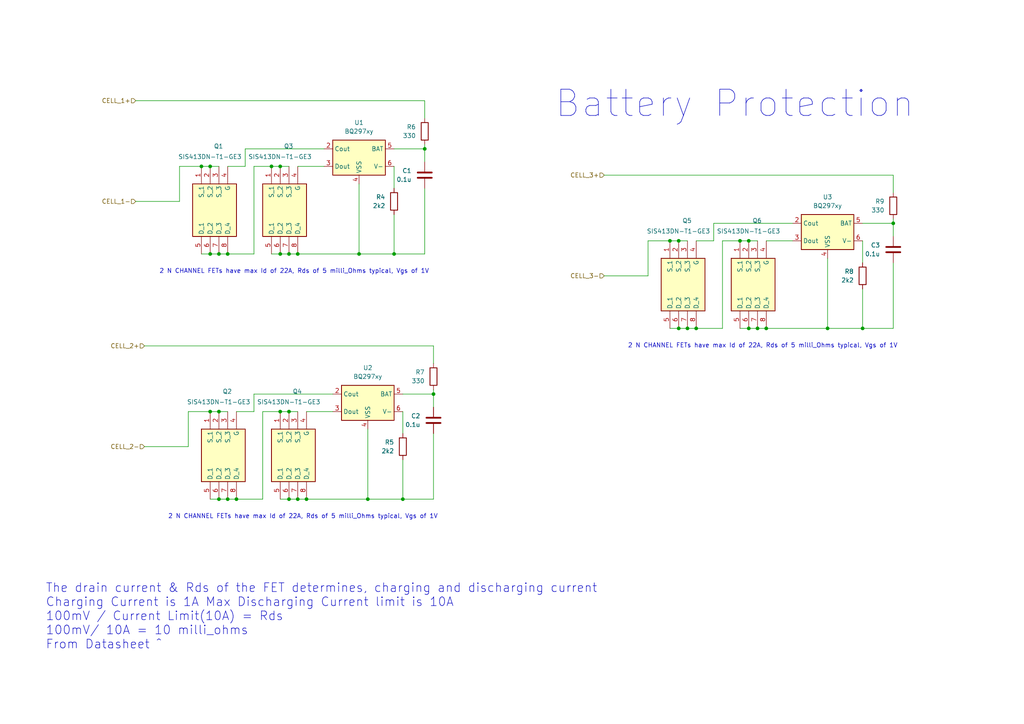
<source format=kicad_sch>
(kicad_sch (version 20231120) (generator "eeschema") (generator_version "8.0")
  (paper "A4")
  (lib_symbols
    (symbol "Battery_Management:BQ297xy"
      (property "Reference" "U" (at -6.35 6.35 0))
      (property "Value" "BQ297xy" (at 5.08 -6.35 0))
      (symbol "BQ297xy_0_1"
        (rectangle (start -7.62 5.08) (end 7.62 -5.08) (stroke (width 0.254)) (fill (type background)))
      )
      (symbol "BQ297xy_1_1"
        (pin no_connect line (at 7.62 0 180) (length 2.54) hide (name "NC") (number "1"))
        (pin output line (at 10.16 2.54 180) (length 2.54) (name "Cout") (number "2"))
        (pin output line (at 10.16 -2.54 180) (length 2.54) (name "Dout") (number "3"))
        (pin power_in line (at 0 -7.62 90) (length 2.54) (name "VSS") (number "4"))
        (pin input line (at -10.16 2.54 0) (length 2.54) (name "BAT") (number "5"))
        (pin input line (at -10.16 -2.54 0) (length 2.54) (name "V-") (number "6"))
      )
    )
    (symbol "Device:C" (pin_numbers hide) (pin_names (offset 0.254))
      (property "Reference" "C" (at 0.635 2.54 0))
      (property "Value" "C" (at 0.635 -2.54 0))
      (symbol "C_0_1"
        (polyline (pts (xy -2.032 -0.762) (xy 2.032 -0.762)) (stroke (width 0.508)))
        (polyline (pts (xy -2.032 0.762) (xy 2.032 0.762)) (stroke (width 0.508)))
      )
      (symbol "C_1_1"
        (pin passive line (at 0 3.81 270) (length 2.794) (name "~") (number "1"))
        (pin passive line (at 0 -3.81 90) (length 2.794) (name "~") (number "2"))
      )
    )
    (symbol "Device:R" (pin_numbers hide) (pin_names (offset 0))
      (property "Reference" "R" (at 2.032 0 90))
      (property "Value" "R" (at 0 0 90))
      (symbol "R_0_1"
        (rectangle (start -1.016 -2.54) (end 1.016 2.54) (stroke (width 0.254)))
      )
      (symbol "R_1_1"
        (pin passive line (at 0 3.81 270) (length 1.27) (name "~") (number "1"))
        (pin passive line (at 0 -3.81 90) (length 1.27) (name "~") (number "2"))
      )
    )
    (symbol "SIS413DN-T1-GE3:SIS413DN-T1-GE3"
      (property "Reference" "Q" (at 21.59 7.62 0))
      (property "Value" "SIS413DN-T1-GE3" (at 21.59 5.08 0))
      (symbol "SIS413DN-T1-GE3_1_1"
        (rectangle (start 5.08 2.54) (end 20.32 -10.16) (stroke (width 0.254)) (fill (type background)))
        (pin passive line (at 0 0 0) (length 5.08) (name "S_1") (number "1"))
        (pin passive line (at 0 -2.54 0) (length 5.08) (name "S_2") (number "2"))
        (pin passive line (at 0 -5.08 0) (length 5.08) (name "S_3") (number "3"))
        (pin passive line (at 0 -7.62 0) (length 5.08) (name "G") (number "4"))
        (pin passive line (at 25.4 0 180) (length 5.08) (name "D_1") (number "5"))
        (pin passive line (at 25.4 -2.54 180) (length 5.08) (name "D_2") (number "6"))
        (pin passive line (at 25.4 -5.08 180) (length 5.08) (name "D_3") (number "7"))
        (pin passive line (at 25.4 -7.62 180) (length 5.08) (name "D_4") (number "8"))
      )
    )
  )
  (junction (at 68.58 144.78))
  (junction (at 63.5 119.38))
  (junction (at 217.17 69.85))
  (junction (at 81.28 119.38))
  (junction (at 60.96 119.38))
  (junction (at 63.5 144.78))
  (junction (at 194.31 69.85))
  (junction (at 88.9 144.78))
  (junction (at 196.85 69.85))
  (junction (at 66.04 144.78))
  (junction (at 83.82 119.38))
  (junction (at 60.96 73.66))
  (junction (at 66.04 73.66))
  (junction (at 199.39 95.25))
  (junction (at 201.93 95.25))
  (junction (at 116.84 144.78))
  (junction (at 81.28 73.66))
  (junction (at 123.19 43.18))
  (junction (at 259.08 64.77))
  (junction (at 240.03 95.25))
  (junction (at 86.36 144.78))
  (junction (at 222.25 95.25))
  (junction (at 81.28 48.26))
  (junction (at 125.73 114.3))
  (junction (at 78.74 48.26))
  (junction (at 217.17 95.25))
  (junction (at 86.36 73.66))
  (junction (at 219.71 95.25))
  (junction (at 214.63 69.85))
  (junction (at 114.3 73.66))
  (junction (at 250.19 95.25))
  (junction (at 83.82 73.66))
  (junction (at 196.85 95.25))
  (junction (at 63.5 73.66))
  (junction (at 106.68 144.78))
  (junction (at 83.82 144.78))
  (junction (at 58.42 48.26))
  (junction (at 104.14 73.66))
  (junction (at 60.96 48.26))
  (wire (pts (xy 81.28 48.26) (xy 83.82 48.26)))
  (wire (pts (xy 66.04 144.78) (xy 63.5 144.78)))
  (wire (pts (xy 125.73 144.78) (xy 116.84 144.78)))
  (wire (pts (xy 58.42 48.26) (xy 60.96 48.26)))
  (wire (pts (xy 78.74 48.26) (xy 81.28 48.26)))
  (wire (pts (xy 78.74 73.66) (xy 81.28 73.66)))
  (wire (pts (xy 240.03 95.25) (xy 250.19 95.25)))
  (wire (pts (xy 52.07 58.42) (xy 39.37 58.42)))
  (wire (pts (xy 83.82 73.66) (xy 86.36 73.66)))
  (wire (pts (xy 58.42 48.26) (xy 52.07 48.26)))
  (wire (pts (xy 73.66 114.3) (xy 73.66 119.38)))
  (wire (pts (xy 93.98 43.18) (xy 71.12 43.18)))
  (wire (pts (xy 250.19 69.85) (xy 250.19 76.2)))
  (wire (pts (xy 83.82 144.78) (xy 86.36 144.78)))
  (wire (pts (xy 86.36 144.78) (xy 88.9 144.78)))
  (wire (pts (xy 123.19 29.21) (xy 123.19 34.29)))
  (wire (pts (xy 199.39 95.25) (xy 196.85 95.25)))
  (wire (pts (xy 123.19 43.18) (xy 114.3 43.18)))
  (wire (pts (xy 259.08 50.8) (xy 259.08 55.88)))
  (wire (pts (xy 116.84 119.38) (xy 116.84 125.73)))
  (wire (pts (xy 71.12 43.18) (xy 71.12 48.26)))
  (wire (pts (xy 123.19 73.66) (xy 114.3 73.66)))
  (wire (pts (xy 114.3 48.26) (xy 114.3 54.61)))
  (wire (pts (xy 71.12 48.26) (xy 66.04 48.26)))
  (wire (pts (xy 73.66 48.26) (xy 73.66 73.66)))
  (wire (pts (xy 201.93 95.25) (xy 199.39 95.25)))
  (wire (pts (xy 96.52 114.3) (xy 73.66 114.3)))
  (wire (pts (xy 88.9 119.38) (xy 96.52 119.38)))
  (wire (pts (xy 83.82 119.38) (xy 86.36 119.38)))
  (wire (pts (xy 209.55 69.85) (xy 209.55 95.25)))
  (wire (pts (xy 259.08 95.25) (xy 250.19 95.25)))
  (wire (pts (xy 68.58 144.78) (xy 66.04 144.78)))
  (wire (pts (xy 125.73 114.3) (xy 125.73 118.11)))
  (wire (pts (xy 259.08 64.77) (xy 250.19 64.77)))
  (wire (pts (xy 240.03 74.93) (xy 240.03 95.25)))
  (wire (pts (xy 66.04 73.66) (xy 63.5 73.66)))
  (wire (pts (xy 125.73 100.33) (xy 125.73 105.41)))
  (wire (pts (xy 86.36 48.26) (xy 93.98 48.26)))
  (wire (pts (xy 217.17 95.25) (xy 219.71 95.25)))
  (wire (pts (xy 207.01 69.85) (xy 201.93 69.85)))
  (wire (pts (xy 187.96 80.01) (xy 175.26 80.01)))
  (wire (pts (xy 81.28 119.38) (xy 83.82 119.38)))
  (wire (pts (xy 187.96 69.85) (xy 187.96 80.01)))
  (wire (pts (xy 78.74 48.26) (xy 73.66 48.26)))
  (wire (pts (xy 123.19 54.61) (xy 123.19 73.66)))
  (wire (pts (xy 76.2 144.78) (xy 68.58 144.78)))
  (wire (pts (xy 60.96 48.26) (xy 63.5 48.26)))
  (wire (pts (xy 54.61 119.38) (xy 54.61 129.54)))
  (wire (pts (xy 73.66 73.66) (xy 66.04 73.66)))
  (wire (pts (xy 63.5 119.38) (xy 66.04 119.38)))
  (wire (pts (xy 259.08 64.77) (xy 259.08 68.58)))
  (wire (pts (xy 54.61 129.54) (xy 41.91 129.54)))
  (wire (pts (xy 125.73 114.3) (xy 116.84 114.3)))
  (wire (pts (xy 81.28 144.78) (xy 83.82 144.78)))
  (wire (pts (xy 60.96 119.38) (xy 63.5 119.38)))
  (wire (pts (xy 63.5 144.78) (xy 60.96 144.78)))
  (wire (pts (xy 209.55 95.25) (xy 201.93 95.25)))
  (wire (pts (xy 104.14 73.66) (xy 114.3 73.66)))
  (wire (pts (xy 114.3 62.23) (xy 114.3 73.66)))
  (wire (pts (xy 219.71 95.25) (xy 222.25 95.25)))
  (wire (pts (xy 207.01 64.77) (xy 207.01 69.85)))
  (wire (pts (xy 104.14 53.34) (xy 104.14 73.66)))
  (wire (pts (xy 194.31 69.85) (xy 187.96 69.85)))
  (wire (pts (xy 250.19 83.82) (xy 250.19 95.25)))
  (wire (pts (xy 259.08 63.5) (xy 259.08 64.77)))
  (wire (pts (xy 222.25 95.25) (xy 240.03 95.25)))
  (wire (pts (xy 106.68 124.46) (xy 106.68 144.78)))
  (wire (pts (xy 214.63 95.25) (xy 217.17 95.25)))
  (wire (pts (xy 194.31 69.85) (xy 196.85 69.85)))
  (wire (pts (xy 52.07 48.26) (xy 52.07 58.42)))
  (wire (pts (xy 81.28 119.38) (xy 76.2 119.38)))
  (wire (pts (xy 217.17 69.85) (xy 219.71 69.85)))
  (wire (pts (xy 259.08 76.2) (xy 259.08 95.25)))
  (wire (pts (xy 116.84 133.35) (xy 116.84 144.78)))
  (wire (pts (xy 39.37 29.21) (xy 123.19 29.21)))
  (wire (pts (xy 86.36 73.66) (xy 104.14 73.66)))
  (wire (pts (xy 196.85 69.85) (xy 199.39 69.85)))
  (wire (pts (xy 175.26 50.8) (xy 259.08 50.8)))
  (wire (pts (xy 76.2 119.38) (xy 76.2 144.78)))
  (wire (pts (xy 125.73 113.03) (xy 125.73 114.3)))
  (wire (pts (xy 229.87 64.77) (xy 207.01 64.77)))
  (wire (pts (xy 196.85 95.25) (xy 194.31 95.25)))
  (wire (pts (xy 88.9 144.78) (xy 106.68 144.78)))
  (wire (pts (xy 214.63 69.85) (xy 217.17 69.85)))
  (wire (pts (xy 222.25 69.85) (xy 229.87 69.85)))
  (wire (pts (xy 60.96 119.38) (xy 54.61 119.38)))
  (wire (pts (xy 123.19 41.91) (xy 123.19 43.18)))
  (wire (pts (xy 81.28 73.66) (xy 83.82 73.66)))
  (wire (pts (xy 125.73 125.73) (xy 125.73 144.78)))
  (wire (pts (xy 106.68 144.78) (xy 116.84 144.78)))
  (wire (pts (xy 214.63 69.85) (xy 209.55 69.85)))
  (wire (pts (xy 41.91 100.33) (xy 125.73 100.33)))
  (wire (pts (xy 73.66 119.38) (xy 68.58 119.38)))
  (wire (pts (xy 60.96 73.66) (xy 58.42 73.66)))
  (wire (pts (xy 63.5 73.66) (xy 60.96 73.66)))
  (wire (pts (xy 123.19 43.18) (xy 123.19 46.99)))
  (text "2 N CHANNEL FETs have max Id of 22A, Rds of 5 milli_Ohms typical, Vgs of 1V" (at 221.234 100.33 0) (effects (font (size 1.27 1.27))))
  (text "2 N CHANNEL FETs have max Id of 22A, Rds of 5 milli_Ohms typical, Vgs of 1V" (at 87.884 149.86 0) (effects (font (size 1.27 1.27))))
  (text "2 N CHANNEL FETs have max Id of 22A, Rds of 5 milli_Ohms typical, Vgs of 1V" (at 85.344 78.74 0) (effects (font (size 1.27 1.27))))
  (text "Battery Protection" (at 213.106 30.226 0) (effects (font (size 7.62 7.62))))
  (text "The drain current & Rds of the FET determines, charging and discharging current\nCharging Current is 1A Max Discharging Current limit is 10A\n100mV / Current Limit(10A) = Rds\n100mV/ 10A = 10 milli_ohms\nFrom Datasheet ^" (at 13.208 169.164 0) (effects (font (size 2.54 2.54)) (justify left top)))
  (hierarchical_label "CELL_3-" (shape input) (at 175.26 80.01 180))
  (hierarchical_label "CELL_1-" (shape input) (at 39.37 58.42 180))
  (hierarchical_label "CELL_2-" (shape input) (at 41.91 129.54 180))
  (hierarchical_label "CELL_1+" (shape input) (at 39.37 29.21 180))
  (hierarchical_label "CELL_2+" (shape input) (at 41.91 100.33 180))
  (hierarchical_label "CELL_3+" (shape input) (at 175.26 50.8 180))
  (symbol (lib_id "SIS413DN-T1-GE3:SIS413DN-T1-GE3") (at 81.28 119.38 90) (mirror x) (unit 1)
    (property "Reference" "Q4" (at 87.63 113.538 90) (effects (justify left)))
    (property "Value" "SIS413DN-T1-GE3" (at 92.964 116.586 90) (effects (justify left)))
    (property "Footprint" "SIS862DNT1GE3" (effects (hide yes)))
    (property "Datasheet" "https://www.mouser.com/datasheet/2/427/sis413dn-254110.pdf" (effects (hide yes)))
    (property "Description" "P-Ch PowerPAK1212 Cu 30V 9.4mohm@10V" (effects (hide yes)))
    (property "Manufacturer_Name" "Vishay" (effects (hide yes)))
    (property "Manufacturer_Part_Number" "SIS413DN-T1-GE3" (effects (hide yes)))
    (property "Mouser Part Number" "78-SIS413DN-T1-GE3" (effects (hide yes)))
    (property "Mouser Price/Stock" "https://www.mouser.co.uk/ProductDetail/Vishay-Semiconductors/SIS413DN-T1-GE3?qs=vgn07B5hXav8x6TX%252BtAIoQ%3D%3D" (effects (hide yes)))
    (property "Arrow Part Number" "SIS413DN-T1-GE3" (effects (hide yes)))
    (property "Arrow Price/Stock" "https://www.arrow.com/en/products/sis413dn-t1-ge3/vishay?region=nac" (effects (hide yes)))
  )
  (symbol (lib_id "Battery_Management:BQ297xy") (at 240.03 67.31 0) (mirror y) (unit 1)
    (property "Reference" "U3" (at 240.03 57.15 0))
    (property "Value" "BQ297xy" (at 240.03 59.69 0))
    (property "Footprint" "Package_SON:WSON-6_1.5x1.5mm_P0.5mm" (effects (hide yes)))
    (property "Datasheet" "http://www.ti.com/lit/ds/symlink/bq2970.pdf" (effects (hide yes)))
    (property "Description" "Voltage and Current Protection for Single-Cell Li-Ion and Li-Polymer Batteries" (effects (hide yes)))
  )
  (symbol (lib_id "Device:R") (at 114.3 58.42 0) (mirror x) (unit 1)
    (property "Reference" "R4" (at 111.76 57.1499 0) (effects (justify right)))
    (property "Value" "2k2" (at 111.76 59.6899 0) (effects (justify right)))
    (property "Description" "Resistor" (effects (hide yes)))
  )
  (symbol (lib_id "Device:R") (at 123.19 38.1 0) (mirror y) (unit 1)
    (property "Reference" "R6" (at 120.65 36.8299 0) (effects (justify left)))
    (property "Value" "330" (at 120.65 39.3699 0) (effects (justify left)))
    (property "Description" "Resistor" (effects (hide yes)))
  )
  (symbol (lib_id "SIS413DN-T1-GE3:SIS413DN-T1-GE3") (at 194.31 69.85 90) (mirror x) (unit 1)
    (property "Reference" "Q5" (at 200.66 64.008 90) (effects (justify left)))
    (property "Value" "SIS413DN-T1-GE3" (at 205.994 67.056 90) (effects (justify left)))
    (property "Footprint" "SIS862DNT1GE3" (effects (hide yes)))
    (property "Datasheet" "https://www.mouser.com/datasheet/2/427/sis413dn-254110.pdf" (effects (hide yes)))
    (property "Description" "P-Ch PowerPAK1212 Cu 30V 9.4mohm@10V" (effects (hide yes)))
    (property "Manufacturer_Name" "Vishay" (effects (hide yes)))
    (property "Manufacturer_Part_Number" "SIS413DN-T1-GE3" (effects (hide yes)))
    (property "Mouser Part Number" "78-SIS413DN-T1-GE3" (effects (hide yes)))
    (property "Mouser Price/Stock" "https://www.mouser.co.uk/ProductDetail/Vishay-Semiconductors/SIS413DN-T1-GE3?qs=vgn07B5hXav8x6TX%252BtAIoQ%3D%3D" (effects (hide yes)))
    (property "Arrow Part Number" "SIS413DN-T1-GE3" (effects (hide yes)))
    (property "Arrow Price/Stock" "https://www.arrow.com/en/products/sis413dn-t1-ge3/vishay?region=nac" (effects (hide yes)))
  )
  (symbol (lib_id "SIS413DN-T1-GE3:SIS413DN-T1-GE3") (at 58.42 48.26 90) (mirror x) (unit 1)
    (property "Reference" "Q1" (at 64.77 42.418 90) (effects (justify left)))
    (property "Value" "SIS413DN-T1-GE3" (at 70.104 45.466 90) (effects (justify left)))
    (property "Footprint" "SIS862DNT1GE3" (effects (hide yes)))
    (property "Datasheet" "https://www.mouser.com/datasheet/2/427/sis413dn-254110.pdf" (effects (hide yes)))
    (property "Description" "P-Ch PowerPAK1212 Cu 30V 9.4mohm@10V" (effects (hide yes)))
    (property "Manufacturer_Name" "Vishay" (effects (hide yes)))
    (property "Manufacturer_Part_Number" "SIS413DN-T1-GE3" (effects (hide yes)))
    (property "Mouser Part Number" "78-SIS413DN-T1-GE3" (effects (hide yes)))
    (property "Mouser Price/Stock" "https://www.mouser.co.uk/ProductDetail/Vishay-Semiconductors/SIS413DN-T1-GE3?qs=vgn07B5hXav8x6TX%252BtAIoQ%3D%3D" (effects (hide yes)))
    (property "Arrow Part Number" "SIS413DN-T1-GE3" (effects (hide yes)))
    (property "Arrow Price/Stock" "https://www.arrow.com/en/products/sis413dn-t1-ge3/vishay?region=nac" (effects (hide yes)))
  )
  (symbol (lib_id "Device:R") (at 116.84 129.54 0) (mirror x) (unit 1)
    (property "Reference" "R5" (at 114.3 128.2699 0) (effects (justify right)))
    (property "Value" "2k2" (at 114.3 130.8099 0) (effects (justify right)))
    (property "Description" "Resistor" (effects (hide yes)))
  )
  (symbol (lib_id "SIS413DN-T1-GE3:SIS413DN-T1-GE3") (at 214.63 69.85 90) (mirror x) (unit 1)
    (property "Reference" "Q6" (at 220.98 64.008 90) (effects (justify left)))
    (property "Value" "SIS413DN-T1-GE3" (at 226.314 67.056 90) (effects (justify left)))
    (property "Footprint" "SIS862DNT1GE3" (effects (hide yes)))
    (property "Datasheet" "https://www.mouser.com/datasheet/2/427/sis413dn-254110.pdf" (effects (hide yes)))
    (property "Description" "P-Ch PowerPAK1212 Cu 30V 9.4mohm@10V" (effects (hide yes)))
    (property "Manufacturer_Name" "Vishay" (effects (hide yes)))
    (property "Manufacturer_Part_Number" "SIS413DN-T1-GE3" (effects (hide yes)))
    (property "Mouser Part Number" "78-SIS413DN-T1-GE3" (effects (hide yes)))
    (property "Mouser Price/Stock" "https://www.mouser.co.uk/ProductDetail/Vishay-Semiconductors/SIS413DN-T1-GE3?qs=vgn07B5hXav8x6TX%252BtAIoQ%3D%3D" (effects (hide yes)))
    (property "Arrow Part Number" "SIS413DN-T1-GE3" (effects (hide yes)))
    (property "Arrow Price/Stock" "https://www.arrow.com/en/products/sis413dn-t1-ge3/vishay?region=nac" (effects (hide yes)))
  )
  (symbol (lib_id "SIS413DN-T1-GE3:SIS413DN-T1-GE3") (at 60.96 119.38 90) (mirror x) (unit 1)
    (property "Reference" "Q2" (at 67.31 113.538 90) (effects (justify left)))
    (property "Value" "SIS413DN-T1-GE3" (at 72.644 116.586 90) (effects (justify left)))
    (property "Footprint" "SIS862DNT1GE3" (effects (hide yes)))
    (property "Datasheet" "https://www.mouser.com/datasheet/2/427/sis413dn-254110.pdf" (effects (hide yes)))
    (property "Description" "P-Ch PowerPAK1212 Cu 30V 9.4mohm@10V" (effects (hide yes)))
    (property "Manufacturer_Name" "Vishay" (effects (hide yes)))
    (property "Manufacturer_Part_Number" "SIS413DN-T1-GE3" (effects (hide yes)))
    (property "Mouser Part Number" "78-SIS413DN-T1-GE3" (effects (hide yes)))
    (property "Mouser Price/Stock" "https://www.mouser.co.uk/ProductDetail/Vishay-Semiconductors/SIS413DN-T1-GE3?qs=vgn07B5hXav8x6TX%252BtAIoQ%3D%3D" (effects (hide yes)))
    (property "Arrow Part Number" "SIS413DN-T1-GE3" (effects (hide yes)))
    (property "Arrow Price/Stock" "https://www.arrow.com/en/products/sis413dn-t1-ge3/vishay?region=nac" (effects (hide yes)))
  )
  (symbol (lib_id "Device:R") (at 125.73 109.22 0) (mirror y) (unit 1)
    (property "Reference" "R7" (at 123.19 107.9499 0) (effects (justify left)))
    (property "Value" "330" (at 123.19 110.4899 0) (effects (justify left)))
    (property "Description" "Resistor" (effects (hide yes)))
  )
  (symbol (lib_id "SIS413DN-T1-GE3:SIS413DN-T1-GE3") (at 78.74 48.26 90) (mirror x) (unit 1)
    (property "Reference" "Q3" (at 85.09 42.418 90) (effects (justify left)))
    (property "Value" "SIS413DN-T1-GE3" (at 90.424 45.466 90) (effects (justify left)))
    (property "Footprint" "SIS862DNT1GE3" (effects (hide yes)))
    (property "Datasheet" "https://www.mouser.com/datasheet/2/427/sis413dn-254110.pdf" (effects (hide yes)))
    (property "Description" "P-Ch PowerPAK1212 Cu 30V 9.4mohm@10V" (effects (hide yes)))
    (property "Manufacturer_Name" "Vishay" (effects (hide yes)))
    (property "Manufacturer_Part_Number" "SIS413DN-T1-GE3" (effects (hide yes)))
    (property "Mouser Part Number" "78-SIS413DN-T1-GE3" (effects (hide yes)))
    (property "Mouser Price/Stock" "https://www.mouser.co.uk/ProductDetail/Vishay-Semiconductors/SIS413DN-T1-GE3?qs=vgn07B5hXav8x6TX%252BtAIoQ%3D%3D" (effects (hide yes)))
    (property "Arrow Part Number" "SIS413DN-T1-GE3" (effects (hide yes)))
    (property "Arrow Price/Stock" "https://www.arrow.com/en/products/sis413dn-t1-ge3/vishay?region=nac" (effects (hide yes)))
  )
  (symbol (lib_id "Battery_Management:BQ297xy") (at 106.68 116.84 0) (mirror y) (unit 1)
    (property "Reference" "U2" (at 106.68 106.68 0))
    (property "Value" "BQ297xy" (at 106.68 109.22 0))
    (property "Footprint" "Package_SON:WSON-6_1.5x1.5mm_P0.5mm" (effects (hide yes)))
    (property "Datasheet" "http://www.ti.com/lit/ds/symlink/bq2970.pdf" (effects (hide yes)))
    (property "Description" "Voltage and Current Protection for Single-Cell Li-Ion and Li-Polymer Batteries" (effects (hide yes)))
  )
  (symbol (lib_id "Device:R") (at 250.19 80.01 0) (mirror x) (unit 1)
    (property "Reference" "R8" (at 247.65 78.7399 0) (effects (justify right)))
    (property "Value" "2k2" (at 247.65 81.2799 0) (effects (justify right)))
    (property "Description" "Resistor" (effects (hide yes)))
  )
  (symbol (lib_id "Device:C") (at 259.08 72.39 0) (mirror y) (unit 1)
    (property "Reference" "C3" (at 255.27 71.1199 0) (effects (justify left)))
    (property "Value" "0.1u" (at 255.27 73.6599 0) (effects (justify left)))
    (property "Description" "Unpolarized capacitor" (effects (hide yes)))
  )
  (symbol (lib_id "Device:R") (at 259.08 59.69 0) (mirror y) (unit 1)
    (property "Reference" "R9" (at 256.54 58.4199 0) (effects (justify left)))
    (property "Value" "330" (at 256.54 60.9599 0) (effects (justify left)))
    (property "Description" "Resistor" (effects (hide yes)))
  )
  (symbol (lib_id "Battery_Management:BQ297xy") (at 104.14 45.72 0) (mirror y) (unit 1)
    (property "Reference" "U1" (at 104.14 35.56 0))
    (property "Value" "BQ297xy" (at 104.14 38.1 0))
    (property "Footprint" "Package_SON:WSON-6_1.5x1.5mm_P0.5mm" (effects (hide yes)))
    (property "Datasheet" "http://www.ti.com/lit/ds/symlink/bq2970.pdf" (effects (hide yes)))
    (property "Description" "Voltage and Current Protection for Single-Cell Li-Ion and Li-Polymer Batteries" (effects (hide yes)))
  )
  (symbol (lib_id "Device:C") (at 123.19 50.8 0) (mirror y) (unit 1)
    (property "Reference" "C1" (at 119.38 49.5299 0) (effects (justify left)))
    (property "Value" "0.1u" (at 119.38 52.0699 0) (effects (justify left)))
    (property "Description" "Unpolarized capacitor" (effects (hide yes)))
  )
  (symbol (lib_id "Device:C") (at 125.73 121.92 0) (mirror y) (unit 1)
    (property "Reference" "C2" (at 121.92 120.6499 0) (effects (justify left)))
    (property "Value" "0.1u" (at 121.92 123.1899 0) (effects (justify left)))
    (property "Description" "Unpolarized capacitor" (effects (hide yes)))
  )
)
</source>
